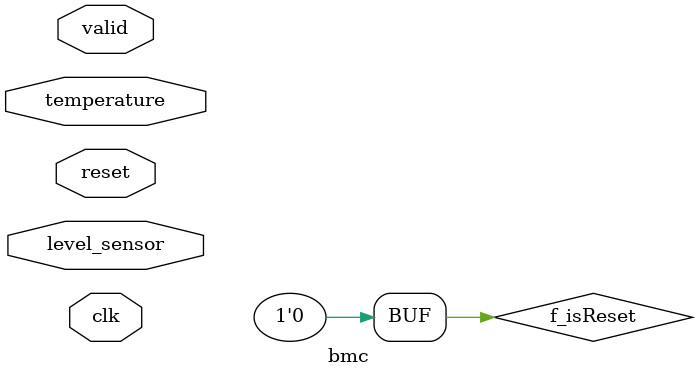
<source format=v>
/*
 *  OffCourse::Verilog
 *		- Aegir's Brewery system_bmc
 *
 *  Copyright: Sybe Feitsma && e.t.s.v Thor
 *  License: GPLv3 or later
 */

 module bmc(
  input clk,
  input reset,
  input valid,
  input [7:0] level_sensor,
  input [7:0] temperature
 );

  reg f_isReset;
  initial f_isReset <= 0;
  wire motor_ref, grain_feed_ref, heater_ref, sparge_valve_ref, valve_ref;
  wire motor_uut, grain_feed_uut, heater_uut, sparge_valve_uut, valve_uut;
  wire [1:0] pump_ref, pump_uut;
  wire [7:0] level_ref, level_uut;

  brew_system_ref REF (
    .clock(clk),
    .nreset(reset),
    .valid(valid),
    .level_sensor(level_sensor),
    .temperature(temperature),
    .motor(motor_ref),
    .grain_feed(grain_feed_ref),
    .heater(heater_ref),
    .sparge_valve(sparge_valve_ref),
    .valve(valve_ref),
    .pump(pump_ref),
    .level(level_ref)
  );

  brew_system UUT (
    .clock(clk),
    .nreset(reset),
    .valid(valid),
    .level_sensor(level_sensor),
    .temperature(temperature),
    .motor(motor_uut),
    .grain_feed(grain_feed_uut),
    .heater(heater_uut),
    .sparge_valve(sparge_valve_uut),
    .valve(valve_uut),
    .pump(pump_uut),
    .level(level_uut)
  );

`ifdef	FORMAL
  always @(posedge clk) begin
    if(~reset)
        f_isReset <= 1;
  end

  always @(*) begin
    if(f_isReset) begin
        assert(level_ref == level_uut);
        assert(motor_ref == motor_uut);
        assert(grain_feed_ref == grain_feed_uut);
        assert(heater_ref == heater_uut);
        assert(sparge_valve_ref == sparge_valve_uut);
        assert(valve_ref == valve_uut);
        assert(pump_ref == pump_uut);
    end
  end
`endif
endmodule

</source>
